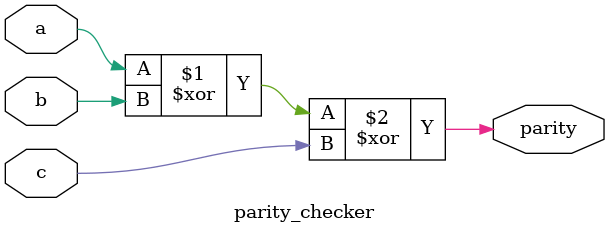
<source format=v>
module parity_checker (
    input wire a,
    input wire b,
    input wire c,
    output wire parity
);

assign parity = a ^ b ^ c; // XOR for odd parity

endmodule

</source>
